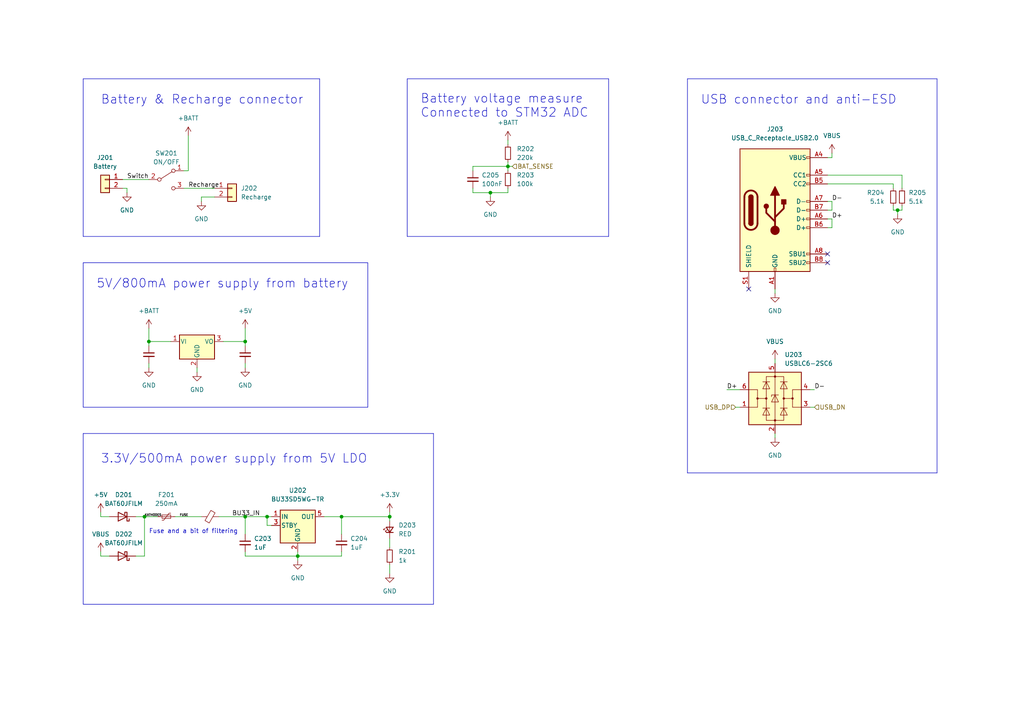
<source format=kicad_sch>
(kicad_sch (version 20230121) (generator eeschema)
  (paper "A4")
  (lib_symbols
    (symbol "Connector:USB_C_Receptacle_USB2.0" (pin_names (offset 1.016))
      (property "Reference" "J" (at -10.16 19.05 0))
      (property "Value" "USB_C_Receptacle_USB2.0" (at 19.05 19.05 0))
      (symbol "USB_C_Receptacle_USB2.0_0_0"
        (rectangle (start -0.254 -17.78) (end 0.254 -16.764))
        (rectangle (start 10.16 -14.986) (end 9.144 -15.494))
        (rectangle (start 10.16 -12.446) (end 9.144 -12.954))
        (rectangle (start 10.16 -4.826) (end 9.144 -5.334))
        (rectangle (start 10.16 -2.286) (end 9.144 -2.794))
        (rectangle (start 10.16 0.254) (end 9.144 -0.254))
        (rectangle (start 10.16 2.794) (end 9.144 2.286))
        (rectangle (start 10.16 7.874) (end 9.144 7.366))
        (rectangle (start 10.16 10.414) (end 9.144 9.906))
        (rectangle (start 10.16 15.494) (end 9.144 14.986))
      )
      (symbol "USB_C_Receptacle_USB2.0_0_1"
        (rectangle (start -10.16 17.78) (end 10.16 -17.78) (stroke (width 0.254)) (fill (type background)))
        (arc (start -8.89 -3.81) (mid -6.985 -5.7067) (end -5.08 -3.81) (stroke (width 0.508)))
        (arc (start -7.62 -3.81) (mid -6.985 -4.4423) (end -6.35 -3.81) (stroke (width 0.254)))
        (arc (start -7.62 -3.81) (mid -6.985 -4.4423) (end -6.35 -3.81) (stroke (width 0.254)) (fill (type outline)))
        (rectangle (start -7.62 -3.81) (end -6.35 3.81) (stroke (width 0.254)) (fill (type outline)))
        (arc (start -6.35 3.81) (mid -6.985 4.4423) (end -7.62 3.81) (stroke (width 0.254)))
        (arc (start -6.35 3.81) (mid -6.985 4.4423) (end -7.62 3.81) (stroke (width 0.254)) (fill (type outline)))
        (arc (start -5.08 3.81) (mid -6.985 5.7067) (end -8.89 3.81) (stroke (width 0.508)))
        (circle (center -2.54 1.143) (radius 0.635) (stroke (width 0.254)) (fill (type outline)))
        (circle (center 0 -5.842) (radius 1.27) (fill (type outline)))
        (polyline (pts (xy -8.89 -3.81) (xy -8.89 3.81)) (stroke (width 0.508)))
        (polyline (pts (xy -5.08 3.81) (xy -5.08 -3.81)) (stroke (width 0.508)))
        (polyline (pts (xy 0 -5.842) (xy 0 4.318)) (stroke (width 0.508)))
        (polyline (pts (xy 0 -3.302) (xy -2.54 -0.762) (xy -2.54 0.508)) (stroke (width 0.508)))
        (polyline (pts (xy 0 -2.032) (xy 2.54 0.508) (xy 2.54 1.778)) (stroke (width 0.508)))
        (polyline (pts (xy -1.27 4.318) (xy 0 6.858) (xy 1.27 4.318) (xy -1.27 4.318)) (stroke (width 0.254)) (fill (type outline)))
        (rectangle (start 1.905 1.778) (end 3.175 3.048) (stroke (width 0.254)) (fill (type outline)))
      )
      (symbol "USB_C_Receptacle_USB2.0_1_1"
        (pin passive line (at 0 -22.86 90) (length 5.08) (name "GND") (number "A1"))
        (pin passive line (at 0 -22.86 90) (length 5.08) hide (name "GND") (number "A12"))
        (pin passive line (at 15.24 15.24 180) (length 5.08) (name "VBUS") (number "A4"))
        (pin bidirectional line (at 15.24 10.16 180) (length 5.08) (name "CC1") (number "A5"))
        (pin bidirectional line (at 15.24 -2.54 180) (length 5.08) (name "D+") (number "A6"))
        (pin bidirectional line (at 15.24 2.54 180) (length 5.08) (name "D-") (number "A7"))
        (pin bidirectional line (at 15.24 -12.7 180) (length 5.08) (name "SBU1") (number "A8"))
        (pin passive line (at 15.24 15.24 180) (length 5.08) hide (name "VBUS") (number "A9"))
        (pin passive line (at 0 -22.86 90) (length 5.08) hide (name "GND") (number "B1"))
        (pin passive line (at 0 -22.86 90) (length 5.08) hide (name "GND") (number "B12"))
        (pin passive line (at 15.24 15.24 180) (length 5.08) hide (name "VBUS") (number "B4"))
        (pin bidirectional line (at 15.24 7.62 180) (length 5.08) (name "CC2") (number "B5"))
        (pin bidirectional line (at 15.24 -5.08 180) (length 5.08) (name "D+") (number "B6"))
        (pin bidirectional line (at 15.24 0 180) (length 5.08) (name "D-") (number "B7"))
        (pin bidirectional line (at 15.24 -15.24 180) (length 5.08) (name "SBU2") (number "B8"))
        (pin passive line (at 15.24 15.24 180) (length 5.08) hide (name "VBUS") (number "B9"))
        (pin passive line (at -7.62 -22.86 90) (length 5.08) (name "SHIELD") (number "S1"))
      )
    )
    (symbol "Connector_Generic:Conn_01x02" (pin_names (offset 1.016) hide)
      (property "Reference" "J" (at 0 2.54 0))
      (property "Value" "Conn_01x02" (at 0 -5.08 0))
      (symbol "Conn_01x02_1_1"
        (rectangle (start -1.27 -2.413) (end 0 -2.667) (stroke (width 0.1524)))
        (rectangle (start -1.27 0.127) (end 0 -0.127) (stroke (width 0.1524)))
        (rectangle (start -1.27 1.27) (end 1.27 -3.81) (stroke (width 0.254)) (fill (type background)))
        (pin passive line (at -5.08 0 0) (length 3.81) (name "Pin_1") (number "1"))
        (pin passive line (at -5.08 -2.54 0) (length 3.81) (name "Pin_2") (number "2"))
      )
    )
    (symbol "Device:C_Small" (pin_numbers hide) (pin_names (offset 0.254) hide)
      (property "Reference" "C" (at 0.254 1.778 0))
      (property "Value" "C_Small" (at 0.254 -2.032 0))
      (symbol "C_Small_0_1"
        (polyline (pts (xy -1.524 -0.508) (xy 1.524 -0.508)) (stroke (width 0.3302)))
        (polyline (pts (xy -1.524 0.508) (xy 1.524 0.508)) (stroke (width 0.3048)))
      )
      (symbol "C_Small_1_1"
        (pin passive line (at 0 2.54 270) (length 2.032) (name "~") (number "1"))
        (pin passive line (at 0 -2.54 90) (length 2.032) (name "~") (number "2"))
      )
    )
    (symbol "Device:FerriteBead_Small" (pin_numbers hide) (pin_names (offset 0))
      (property "Reference" "FB" (at 1.905 1.27 0))
      (property "Value" "FerriteBead_Small" (at 1.905 -1.27 0))
      (symbol "FerriteBead_Small_0_1"
        (polyline (pts (xy 0 -1.27) (xy 0 -0.7874)))
        (polyline (pts (xy 0 0.889) (xy 0 1.2954)))
        (polyline (pts (xy -1.8288 0.2794) (xy -1.1176 1.4986) (xy 1.8288 -0.2032) (xy 1.1176 -1.4224) (xy -1.8288 0.2794)))
      )
      (symbol "FerriteBead_Small_1_1"
        (pin passive line (at 0 2.54 270) (length 1.27) (name "~") (number "1"))
        (pin passive line (at 0 -2.54 90) (length 1.27) (name "~") (number "2"))
      )
    )
    (symbol "Device:LED_Small" (pin_numbers hide) (pin_names (offset 0.254) hide)
      (property "Reference" "D" (at -1.27 3.175 0))
      (property "Value" "LED_Small" (at -4.445 -2.54 0))
      (symbol "LED_Small_0_1"
        (polyline (pts (xy -0.762 -1.016) (xy -0.762 1.016)) (stroke (width 0.254)))
        (polyline (pts (xy 1.016 0) (xy -0.762 0)))
        (polyline (pts (xy 0.762 -1.016) (xy -0.762 0) (xy 0.762 1.016) (xy 0.762 -1.016)) (stroke (width 0.254)))
        (polyline (pts (xy 0 0.762) (xy -0.508 1.27) (xy -0.254 1.27) (xy -0.508 1.27) (xy -0.508 1.016)))
        (polyline (pts (xy 0.508 1.27) (xy 0 1.778) (xy 0.254 1.778) (xy 0 1.778) (xy 0 1.524)))
      )
      (symbol "LED_Small_1_1"
        (pin passive line (at -2.54 0 0) (length 1.778) (name "K") (number "1"))
        (pin passive line (at 2.54 0 180) (length 1.778) (name "A") (number "2"))
      )
    )
    (symbol "Device:Polyfuse_Small" (pin_numbers hide) (pin_names (offset 0))
      (property "Reference" "F" (at -1.905 0 90))
      (property "Value" "Polyfuse_Small" (at 1.905 0 90))
      (symbol "Polyfuse_Small_0_1"
        (rectangle (start -0.508 1.27) (end 0.508 -1.27))
        (polyline (pts (xy 0 2.54) (xy 0 -2.54)))
        (polyline (pts (xy -1.016 1.27) (xy -1.016 0.762) (xy 1.016 -0.762) (xy 1.016 -1.27)))
      )
      (symbol "Polyfuse_Small_1_1"
        (pin passive line (at 0 2.54 270) (length 0.635) (name "~") (number "1"))
        (pin passive line (at 0 -2.54 90) (length 0.635) (name "~") (number "2"))
      )
    )
    (symbol "Device:R_Small" (pin_numbers hide) (pin_names (offset 0.254) hide)
      (property "Reference" "R" (at 0.762 0.508 0))
      (property "Value" "R_Small" (at 0.762 -1.016 0))
      (symbol "R_Small_0_1"
        (rectangle (start -0.762 1.778) (end 0.762 -1.778) (stroke (width 0.2032)))
      )
      (symbol "R_Small_1_1"
        (pin passive line (at 0 2.54 270) (length 0.762) (name "~") (number "1"))
        (pin passive line (at 0 -2.54 90) (length 0.762) (name "~") (number "2"))
      )
    )
    (symbol "Diode:BAT60A" (pin_numbers hide) (pin_names (offset 1.016) hide)
      (property "Reference" "D" (at 0 2.54 0))
      (property "Value" "BAT60A" (at 0 -2.54 0))
      (symbol "BAT60A_0_1"
        (polyline (pts (xy 1.27 0) (xy -1.27 0)))
        (polyline (pts (xy 1.27 1.27) (xy 1.27 -1.27) (xy -1.27 0) (xy 1.27 1.27)) (stroke (width 0.254)))
        (polyline (pts (xy -1.905 0.635) (xy -1.905 1.27) (xy -1.27 1.27) (xy -1.27 -1.27) (xy -0.635 -1.27) (xy -0.635 -0.635)) (stroke (width 0.254)))
      )
      (symbol "BAT60A_1_1"
        (pin passive line (at -3.81 0 0) (length 2.54) (name "K") (number "1"))
        (pin passive line (at 3.81 0 180) (length 2.54) (name "A") (number "2"))
      )
    )
    (symbol "Power_Protection:USBLC6-2SC6" (pin_names hide)
      (property "Reference" "U" (at 2.54 8.89 0))
      (property "Value" "USBLC6-2SC6" (at 2.54 -8.89 0))
      (symbol "USBLC6-2SC6_0_1"
        (rectangle (start -7.62 -7.62) (end 7.62 7.62) (stroke (width 0.254)) (fill (type background)))
        (circle (center -5.08 0) (radius 0.254) (fill (type outline)))
        (circle (center -2.54 0) (radius 0.254) (fill (type outline)))
        (rectangle (start -2.54 6.35) (end 2.54 -6.35))
        (circle (center 0 -6.35) (radius 0.254) (fill (type outline)))
        (polyline (pts (xy -5.08 -2.54) (xy -7.62 -2.54)))
        (polyline (pts (xy -5.08 0) (xy -5.08 -2.54)))
        (polyline (pts (xy -5.08 2.54) (xy -7.62 2.54)))
        (polyline (pts (xy -1.524 -2.794) (xy -3.556 -2.794)))
        (polyline (pts (xy -1.524 4.826) (xy -3.556 4.826)))
        (polyline (pts (xy 0 -7.62) (xy 0 -6.35)))
        (polyline (pts (xy 0 -6.35) (xy 0 1.27)))
        (polyline (pts (xy 0 1.27) (xy 0 6.35)))
        (polyline (pts (xy 0 6.35) (xy 0 7.62)))
        (polyline (pts (xy 1.524 -2.794) (xy 3.556 -2.794)))
        (polyline (pts (xy 1.524 4.826) (xy 3.556 4.826)))
        (polyline (pts (xy 5.08 -2.54) (xy 7.62 -2.54)))
        (polyline (pts (xy 5.08 0) (xy 5.08 -2.54)))
        (polyline (pts (xy 5.08 2.54) (xy 7.62 2.54)))
        (polyline (pts (xy -2.54 0) (xy -5.08 0) (xy -5.08 2.54)))
        (polyline (pts (xy 2.54 0) (xy 5.08 0) (xy 5.08 2.54)))
        (polyline (pts (xy -3.556 -4.826) (xy -1.524 -4.826) (xy -2.54 -2.794) (xy -3.556 -4.826)))
        (polyline (pts (xy -3.556 2.794) (xy -1.524 2.794) (xy -2.54 4.826) (xy -3.556 2.794)))
        (polyline (pts (xy -1.016 -1.016) (xy 1.016 -1.016) (xy 0 1.016) (xy -1.016 -1.016)))
        (polyline (pts (xy 1.016 1.016) (xy 0.762 1.016) (xy -1.016 1.016) (xy -1.016 0.508)))
        (polyline (pts (xy 3.556 -4.826) (xy 1.524 -4.826) (xy 2.54 -2.794) (xy 3.556 -4.826)))
        (polyline (pts (xy 3.556 2.794) (xy 1.524 2.794) (xy 2.54 4.826) (xy 3.556 2.794)))
        (circle (center 0 6.35) (radius 0.254) (fill (type outline)))
        (circle (center 2.54 0) (radius 0.254) (fill (type outline)))
        (circle (center 5.08 0) (radius 0.254) (fill (type outline)))
      )
      (symbol "USBLC6-2SC6_1_1"
        (pin passive line (at -10.16 -2.54 0) (length 2.54) (name "I/O1") (number "1"))
        (pin passive line (at 0 -10.16 90) (length 2.54) (name "GND") (number "2"))
        (pin passive line (at 10.16 -2.54 180) (length 2.54) (name "I/O2") (number "3"))
        (pin passive line (at 10.16 2.54 180) (length 2.54) (name "I/O2") (number "4"))
        (pin passive line (at 0 10.16 270) (length 2.54) (name "VBUS") (number "5"))
        (pin passive line (at -10.16 2.54 0) (length 2.54) (name "I/O1") (number "6"))
      )
    )
    (symbol "Regulator_Linear:LT1129-3.3_SOT223" (pin_names (offset 0.254))
      (property "Reference" "U" (at -3.81 3.175 0))
      (property "Value" "LT1129-3.3_SOT223" (at 0 3.175 0))
      (symbol "LT1129-3.3_SOT223_0_1"
        (rectangle (start -5.08 -5.08) (end 5.08 1.905) (stroke (width 0.254)) (fill (type background)))
      )
      (symbol "LT1129-3.3_SOT223_1_1"
        (pin power_in line (at -7.62 0 0) (length 2.54) (name "VI") (number "1"))
        (pin power_in line (at 0 -7.62 90) (length 2.54) (name "GND") (number "2"))
        (pin power_out line (at 7.62 0 180) (length 2.54) (name "VO") (number "3"))
      )
    )
    (symbol "Switch:SW_SPDT" (pin_names (offset 0) hide)
      (property "Reference" "SW" (at 0 4.318 0))
      (property "Value" "SW_SPDT" (at 0 -5.08 0))
      (symbol "SW_SPDT_0_0"
        (circle (center -2.032 0) (radius 0.508))
        (circle (center 2.032 -2.54) (radius 0.508))
      )
      (symbol "SW_SPDT_0_1"
        (polyline (pts (xy -1.524 0.254) (xy 1.651 2.286)))
        (circle (center 2.032 2.54) (radius 0.508))
      )
      (symbol "SW_SPDT_1_1"
        (pin passive line (at 5.08 2.54 180) (length 2.54) (name "A") (number "1"))
        (pin passive line (at -5.08 0 0) (length 2.54) (name "B") (number "2"))
        (pin passive line (at 5.08 -2.54 180) (length 2.54) (name "C") (number "3"))
      )
    )
    (symbol "WITNS_ROHM:BU33SD5WG-TR" (pin_names (offset 0.254))
      (property "Reference" "U?" (at 0 10.16 0))
      (property "Value" "BU33SD5WG-TR" (at 0 7.62 0))
      (symbol "BU33SD5WG-TR_0_1"
        (rectangle (start -5.08 4.445) (end 5.08 -5.08) (stroke (width 0.254)) (fill (type background)))
      )
      (symbol "BU33SD5WG-TR_1_1"
        (pin power_in line (at -7.62 2.54 0) (length 2.54) (name "IN") (number "1"))
        (pin power_in line (at 0 -7.62 90) (length 2.54) (name "GND") (number "2"))
        (pin input line (at -7.62 0 0) (length 2.54) (name "STBY") (number "3"))
        (pin no_connect line (at 5.08 0 180) (length 2.54) hide (name "NC") (number "4"))
        (pin power_out line (at 7.62 2.54 180) (length 2.54) (name "OUT") (number "5"))
      )
    )
    (symbol "power:+3.3V" (power) (pin_names (offset 0))
      (property "Value" "+3.3V" (at 0 3.556 0))
      (symbol "+3.3V_0_1"
        (polyline (pts (xy -0.762 1.27) (xy 0 2.54)))
        (polyline (pts (xy 0 0) (xy 0 2.54)))
        (polyline (pts (xy 0 2.54) (xy 0.762 1.27)))
      )
      (symbol "+3.3V_1_1"
        (pin power_in line (at 0 0 90) (length 0) hide (name "+3.3V") (number "1"))
      )
    )
    (symbol "power:+5V" (power) (pin_names (offset 0))
      (property "Value" "+5V" (at 0 3.556 0))
      (symbol "+5V_0_1"
        (polyline (pts (xy -0.762 1.27) (xy 0 2.54)))
        (polyline (pts (xy 0 0) (xy 0 2.54)))
        (polyline (pts (xy 0 2.54) (xy 0.762 1.27)))
      )
      (symbol "+5V_1_1"
        (pin power_in line (at 0 0 90) (length 0) hide (name "+5V") (number "1"))
      )
    )
    (symbol "power:+BATT" (power) (pin_names (offset 0))
      (property "Value" "+BATT" (at 0 3.556 0))
      (symbol "+BATT_0_1"
        (polyline (pts (xy -0.762 1.27) (xy 0 2.54)))
        (polyline (pts (xy 0 0) (xy 0 2.54)))
        (polyline (pts (xy 0 2.54) (xy 0.762 1.27)))
      )
      (symbol "+BATT_1_1"
        (pin power_in line (at 0 0 90) (length 0) hide (name "+BATT") (number "1"))
      )
    )
    (symbol "power:GND" (power) (pin_names (offset 0))
      (property "Value" "GND" (at 0 -3.81 0))
      (symbol "GND_0_1"
        (polyline (pts (xy 0 0) (xy 0 -1.27) (xy 1.27 -1.27) (xy 0 -2.54) (xy -1.27 -1.27) (xy 0 -1.27)))
      )
      (symbol "GND_1_1"
        (pin power_in line (at 0 0 270) (length 0) hide (name "GND") (number "1"))
      )
    )
    (symbol "power:VBUS" (power) (pin_names (offset 0))
      (property "Value" "VBUS" (at 0 3.81 0))
      (symbol "VBUS_0_1"
        (polyline (pts (xy -0.762 1.27) (xy 0 2.54)))
        (polyline (pts (xy 0 0) (xy 0 2.54)))
        (polyline (pts (xy 0 2.54) (xy 0.762 1.27)))
      )
      (symbol "VBUS_1_1"
        (pin power_in line (at 0 0 90) (length 0) hide (name "VBUS") (number "1"))
      )
    )
  )
  (junction (at 113.03 149.86))
  (junction (at 77.47 149.86))
  (junction (at 86.36 161.29))
  (junction (at 71.12 149.86))
  (junction (at 142.24 55.88))
  (junction (at 147.32 48.26))
  (junction (at 99.06 149.86))
  (junction (at 41.91 149.86))
  (junction (at 43.18 99.06))
  (junction (at 260.35 60.96))
  (junction (at 71.12 99.06))
  (no_connect (at 240.03 76.2))
  (no_connect (at 217.17 83.82))
  (no_connect (at 240.03 73.66))
  (polyline (pts (xy 106.68 76.2) (xy 106.68 118.11)))
  (wire (pts (xy 147.32 55.88) (xy 147.32 54.61)))
  (wire (pts (xy 210.82 113.03) (xy 214.63 113.03)))
  (wire (pts (xy 261.62 60.96) (xy 261.62 59.69)))
  (wire (pts (xy 71.12 105.41) (xy 71.12 106.68)))
  (wire (pts (xy 39.37 161.29) (xy 41.91 161.29)))
  (wire (pts (xy 142.24 55.88) (xy 142.24 57.15)))
  (polyline (pts (xy 92.71 22.86) (xy 92.71 68.58)))
  (wire (pts (xy 142.24 55.88) (xy 137.16 55.88)))
  (polyline (pts (xy 24.13 22.86) (xy 24.13 68.58)))
  (wire (pts (xy 113.03 156.21) (xy 113.03 158.75)))
  (wire (pts (xy 63.5 149.86) (xy 71.12 149.86)))
  (wire (pts (xy 241.3 66.04) (xy 240.03 66.04)))
  (wire (pts (xy 147.32 48.26) (xy 137.16 48.26)))
  (wire (pts (xy 137.16 55.88) (xy 137.16 54.61)))
  (wire (pts (xy 53.34 54.61) (xy 62.23 54.61)))
  (wire (pts (xy 260.35 60.96) (xy 261.62 60.96)))
  (wire (pts (xy 240.03 50.8) (xy 261.62 50.8)))
  (wire (pts (xy 86.36 160.02) (xy 86.36 161.29)))
  (polyline (pts (xy 24.13 22.86) (xy 92.71 22.86)))
  (wire (pts (xy 240.03 63.5) (xy 241.3 63.5)))
  (wire (pts (xy 43.18 95.25) (xy 43.18 99.06)))
  (wire (pts (xy 50.8 149.86) (xy 58.42 149.86)))
  (polyline (pts (xy 199.39 22.86) (xy 271.78 22.86)))
  (wire (pts (xy 259.08 59.69) (xy 259.08 60.96)))
  (wire (pts (xy 77.47 152.4) (xy 77.47 149.86)))
  (polyline (pts (xy 271.78 22.86) (xy 271.78 137.16)))
  (polyline (pts (xy 106.68 118.11) (xy 24.13 118.11)))
  (wire (pts (xy 29.21 149.86) (xy 31.75 149.86)))
  (polyline (pts (xy 24.13 125.73) (xy 24.13 175.26)))
  (wire (pts (xy 234.95 118.11) (xy 236.22 118.11)))
  (wire (pts (xy 36.83 54.61) (xy 35.56 54.61)))
  (polyline (pts (xy 24.13 76.2) (xy 24.13 118.11)))
  (wire (pts (xy 260.35 60.96) (xy 260.35 62.23)))
  (wire (pts (xy 147.32 55.88) (xy 142.24 55.88)))
  (wire (pts (xy 259.08 53.34) (xy 240.03 53.34)))
  (wire (pts (xy 259.08 54.61) (xy 259.08 53.34)))
  (wire (pts (xy 241.3 58.42) (xy 241.3 60.96)))
  (wire (pts (xy 224.79 127) (xy 224.79 125.73)))
  (wire (pts (xy 241.3 63.5) (xy 241.3 66.04)))
  (wire (pts (xy 241.3 45.72) (xy 240.03 45.72)))
  (wire (pts (xy 77.47 149.86) (xy 71.12 149.86)))
  (wire (pts (xy 99.06 149.86) (xy 99.06 154.94)))
  (wire (pts (xy 41.91 161.29) (xy 41.91 149.86)))
  (wire (pts (xy 259.08 60.96) (xy 260.35 60.96)))
  (wire (pts (xy 113.03 148.59) (xy 113.03 149.86)))
  (wire (pts (xy 241.3 44.45) (xy 241.3 45.72)))
  (wire (pts (xy 35.56 52.07) (xy 43.18 52.07)))
  (wire (pts (xy 213.36 118.11) (xy 214.63 118.11)))
  (wire (pts (xy 41.91 149.86) (xy 45.72 149.86)))
  (wire (pts (xy 36.83 55.88) (xy 36.83 54.61)))
  (wire (pts (xy 234.95 113.03) (xy 236.22 113.03)))
  (wire (pts (xy 78.74 152.4) (xy 77.47 152.4)))
  (wire (pts (xy 77.47 149.86) (xy 78.74 149.86)))
  (wire (pts (xy 29.21 160.02) (xy 29.21 161.29)))
  (wire (pts (xy 147.32 48.26) (xy 148.59 48.26)))
  (polyline (pts (xy 176.53 68.58) (xy 118.11 68.58)))
  (polyline (pts (xy 24.13 125.73) (xy 125.73 125.73)))
  (wire (pts (xy 58.42 57.15) (xy 62.23 57.15)))
  (wire (pts (xy 64.77 99.06) (xy 71.12 99.06)))
  (wire (pts (xy 71.12 99.06) (xy 71.12 95.25)))
  (wire (pts (xy 71.12 149.86) (xy 71.12 154.94)))
  (polyline (pts (xy 24.13 76.2) (xy 106.68 76.2)))
  (wire (pts (xy 93.98 149.86) (xy 99.06 149.86)))
  (wire (pts (xy 43.18 99.06) (xy 49.53 99.06)))
  (wire (pts (xy 224.79 104.14) (xy 224.79 105.41)))
  (polyline (pts (xy 199.39 22.86) (xy 199.39 137.16)))
  (polyline (pts (xy 92.71 68.58) (xy 24.13 68.58)))
  (wire (pts (xy 43.18 99.06) (xy 43.18 100.33)))
  (wire (pts (xy 224.79 85.09) (xy 224.79 83.82)))
  (polyline (pts (xy 125.73 125.73) (xy 125.73 175.26)))
  (wire (pts (xy 147.32 48.26) (xy 147.32 49.53)))
  (polyline (pts (xy 176.53 22.86) (xy 176.53 68.58)))
  (wire (pts (xy 147.32 46.99) (xy 147.32 48.26)))
  (polyline (pts (xy 118.11 22.86) (xy 176.53 22.86)))
  (wire (pts (xy 58.42 58.42) (xy 58.42 57.15)))
  (wire (pts (xy 113.03 149.86) (xy 113.03 151.13)))
  (wire (pts (xy 137.16 48.26) (xy 137.16 49.53)))
  (wire (pts (xy 86.36 161.29) (xy 71.12 161.29)))
  (wire (pts (xy 99.06 161.29) (xy 99.06 160.02)))
  (wire (pts (xy 57.15 106.68) (xy 57.15 107.95)))
  (wire (pts (xy 39.37 149.86) (xy 41.91 149.86)))
  (wire (pts (xy 71.12 161.29) (xy 71.12 160.02)))
  (wire (pts (xy 29.21 161.29) (xy 31.75 161.29)))
  (wire (pts (xy 71.12 99.06) (xy 71.12 100.33)))
  (polyline (pts (xy 125.73 175.26) (xy 24.13 175.26)))
  (wire (pts (xy 86.36 161.29) (xy 99.06 161.29)))
  (polyline (pts (xy 271.78 137.16) (xy 199.39 137.16)))
  (wire (pts (xy 113.03 163.83) (xy 113.03 166.37)))
  (wire (pts (xy 240.03 58.42) (xy 241.3 58.42)))
  (wire (pts (xy 86.36 161.29) (xy 86.36 162.56)))
  (wire (pts (xy 261.62 50.8) (xy 261.62 54.61)))
  (wire (pts (xy 54.61 49.53) (xy 53.34 49.53)))
  (polyline (pts (xy 118.11 22.86) (xy 118.11 68.58)))
  (wire (pts (xy 241.3 60.96) (xy 240.03 60.96)))
  (wire (pts (xy 43.18 105.41) (xy 43.18 106.68)))
  (wire (pts (xy 29.21 148.59) (xy 29.21 149.86)))
  (wire (pts (xy 99.06 149.86) (xy 113.03 149.86)))
  (wire (pts (xy 147.32 40.64) (xy 147.32 41.91)))
  (wire (pts (xy 54.61 39.37) (xy 54.61 49.53)))
  (text "Fuse and a bit of filtering\n" (at 43.18 154.94 0) (effects (font (size 1.27 1.27)) (justify left bottom)))
  (text "3.3V/500mA power supply from 5V LDO" (at 29.21 134.62 0) (effects (font (size 2.54 2.54)) (justify left bottom)))
  (text "Battery & Recharge connector" (at 29.21 30.48 0) (effects (font (size 2.54 2.54)) (justify left bottom)))
  (text "5V/800mA power supply from battery" (at 27.94 83.82 0) (effects (font (size 2.54 2.54)) (justify left bottom)))
  (text "Battery voltage measure\nConnected to STM32 ADC" (at 121.92 34.29 0) (effects (font (size 2.54 2.54)) (justify left bottom)))
  (text "USB connector and anti-ESD" (at 203.2 30.48 0) (effects (font (size 2.54 2.54)) (justify left bottom)))
  (label "D+" (at 210.82 113.03 0))
  (label "D-" (at 236.22 113.03 0))
  (label "KATHODES" (at 41.91 149.86 0) (effects (font (size 0.63 0.63))))
  (label "Switch" (at 36.83 52.07 0))
  (label "D+" (at 241.3 63.5 0))
  (label "D-" (at 241.3 58.42 0))
  (label "BU33_IN" (at 67.31 149.86 0))
  (label "FUSE" (at 52.07 149.86 0) (effects (font (size 0.63 0.63))))
  (label "Recharge" (at 54.61 54.61 0))
  (hierarchical_label "USB_DN" (shape input) (at 236.22 118.11 0))
  (hierarchical_label "BAT_SENSE" (shape input) (at 148.59 48.26 0))
  (hierarchical_label "USB_DP" (shape input) (at 213.36 118.11 180))
  (symbol (lib_id "Device:C_Small") (at 43.18 102.87 0) (unit 1)
    (property "Reference" "C201" (at 45.72 101.6062 0) (effects (justify left)))
    (property "Value" "10uF" (at 45.72 104.1462 0) (effects (justify left)))
    (property "Footprint" "Capacitor_SMD:C_0603_1608Metric" (effects hide))
    (property "Farnell" "2113070" (effects hide))
    (property "Footprint" "Capacitor_SMD:C_0603_1608Metric_Pad1.08x0.95mm_HandSolder" (effects hide))
    (property "Reference" "C6" (effects hide))
    (property "Value" "10uF" (effects hide))
    (instances (project "gc_STM32G491CET6" (path "" (reference "C201") (unit 1))))
  )
  (symbol (lib_id "Device:C_Small") (at 99.06 157.48 0) (unit 1)
    (property "Reference" "C204" (at 101.6 156.2162 0) (effects (justify left)))
    (property "Value" "1uF" (at 101.6 158.7562 0) (effects (justify left)))
    (property "Footprint" "Capacitor_SMD:C_0603_1608Metric" (effects hide))
  )
  (symbol (lib_id "Device:R_Small") (at 259.08 57.15 0) (mirror x) (unit 1)
    (property "Reference" "R204" (at 256.54 55.8799 0) (effects (justify right)))
    (property "Value" "5.1k" (at 256.54 58.4199 0) (effects (justify right)))
    (property "Footprint" "Resistor_SMD:R_0603_1608Metric" (effects hide))
  )
  (symbol (lib_id "power:GND") (at 71.12 106.68 0) (unit 1)
    (property "Reference" "#PWR0210" (effects hide))
    (property "Value" "GND" (at 71.12 111.76 0))
  )
  (symbol (lib_id "Switch:SW_SPDT") (at 48.26 52.07 0) (unit 1)
    (property "Reference" "SW201" (at 48.26 44.45 0))
    (property "Value" "ON/OFF" (at 48.26 46.99 0))
    (property "Footprint" "WITNS:RS_Switch_448-0747" (effects hide))
  )
  (symbol (lib_id "power:GND") (at 43.18 106.68 0) (unit 1)
    (property "Reference" "#PWR0205" (effects hide))
    (property "Value" "GND" (at 43.18 111.76 0))
  )
  (symbol (lib_id "power:GND") (at 113.03 166.37 0) (unit 1)
    (property "Reference" "#PWR0213" (effects hide))
    (property "Value" "GND" (at 113.03 171.45 0))
  )
  (symbol (lib_id "power:+BATT") (at 43.18 95.25 0) (unit 1)
    (property "Reference" "#PWR0204" (effects hide))
    (property "Value" "+BATT" (at 43.18 90.17 0))
  )
  (symbol (lib_id "Device:Polyfuse_Small") (at 48.26 149.86 90) (unit 1)
    (property "Reference" "F201" (at 48.26 143.51 90))
    (property "Value" "250mA" (at 48.26 146.05 90))
    (property "Footprint" "Fuse:Fuse_1206_3216Metric_Pad1.42x1.75mm_HandSolder" (effects hide))
    (property "Farnell" "2834880" (effects hide))
  )
  (symbol (lib_id "power:GND") (at 142.24 57.15 0) (unit 1)
    (property "Reference" "#PWR0214" (effects hide))
    (property "Value" "GND" (at 142.24 62.23 0))
  )
  (symbol (lib_id "WITNS_ROHM:BU33SD5WG-TR") (at 86.36 152.4 0) (unit 1)
    (property "Reference" "U202" (at 86.36 142.24 0))
    (property "Value" "BU33SD5WG-TR" (at 86.36 144.78 0))
    (property "Footprint" "Package_TO_SOT_SMD:SOT-23-5" (effects hide))
    (property "Datasheet" "https://fscdn.rohm.com/en/products/databook/datasheet/ic/power/linear_regulator/buxxsd5wg-e.pdf" (effects hide))
  )
  (symbol (lib_id "power:+BATT") (at 147.32 40.64 0) (unit 1)
    (property "Reference" "#PWR0215" (effects hide))
    (property "Value" "+BATT" (at 147.32 35.56 0))
  )
  (symbol (lib_id "Device:C_Small") (at 71.12 157.48 0) (unit 1)
    (property "Reference" "C203" (at 73.66 156.2162 0) (effects (justify left)))
    (property "Value" "1uF" (at 73.66 158.7562 0) (effects (justify left)))
    (property "Footprint" "Capacitor_SMD:C_0603_1608Metric" (effects hide))
  )
  (symbol (lib_id "power:GND") (at 36.83 55.88 0) (unit 1)
    (property "Reference" "#PWR0203" (effects hide))
    (property "Value" "GND" (at 36.83 60.96 0))
  )
  (symbol (lib_id "power:GND") (at 86.36 162.56 0) (unit 1)
    (property "Reference" "#PWR0211" (effects hide))
    (property "Value" "GND" (at 86.36 167.64 0))
  )
  (symbol (lib_id "power:GND") (at 57.15 107.95 0) (unit 1)
    (property "Reference" "#PWR0207" (effects hide))
    (property "Value" "GND" (at 57.15 113.03 0))
  )
  (symbol (lib_id "Device:R_Small") (at 147.32 44.45 0) (unit 1)
    (property "Reference" "R202" (at 149.86 43.1799 0) (effects (justify left)))
    (property "Value" "220k" (at 149.86 45.7199 0) (effects (justify left)))
    (property "Footprint" "Resistor_SMD:R_0603_1608Metric" (effects hide))
  )
  (symbol (lib_id "power:+5V") (at 29.21 148.59 0) (unit 1)
    (property "Reference" "#PWR0201" (effects hide))
    (property "Value" "+5V" (at 29.21 143.51 0))
  )
  (symbol (lib_id "Connector_Generic:Conn_01x02") (at 30.48 52.07 0) (mirror y) (unit 1)
    (property "Reference" "J201" (at 30.48 45.72 0))
    (property "Value" "Battery" (at 30.48 48.26 0))
    (property "Footprint" "Connector_JST:JST_XH_B2B-XH-A_1x02_P2.50mm_Vertical" (effects hide))
  )
  (symbol (lib_id "Device:C_Small") (at 71.12 102.87 0) (unit 1)
    (property "Reference" "C202" (at 73.66 101.6062 0) (effects (justify left)))
    (property "Value" "22uF" (at 73.66 104.1462 0) (effects (justify left)))
    (property "Footprint" "Capacitor_SMD:C_0603_1608Metric" (effects hide))
    (property "Farnell" "2426957" (effects hide))
    (property "Footprint" "Capacitor_SMD:C_0603_1608Metric_Pad1.08x0.95mm_HandSolder" (effects hide))
    (property "Reference" "C7" (effects hide))
    (property "Value" "22uF" (effects hide))
    (instances (project "gc_STM32G491CET6" (path "" (reference "C202") (unit 1))))
  )
  (symbol (lib_id "Diode:BAT60A") (at 35.56 149.86 180) (unit 1)
    (property "Reference" "D201" (at 35.8775 143.51 0))
    (property "Value" "BAT60JFILM" (at 35.8775 146.05 0))
    (property "Footprint" "Diode_SMD:D_SOD-323" (effects hide))
    (property "Datasheet" "https://www.infineon.com/dgdl/Infineon-BAT60ASERIES-DS-v01_01-en.pdf?fileId=db3a304313d846880113def70c9304a9" (effects hide))
  )
  (symbol (lib_id "power:+3.3V") (at 113.03 148.59 0) (unit 1)
    (property "Reference" "#PWR0212" (effects hide))
    (property "Value" "+3.3V" (at 113.03 143.51 0))
  )
  (symbol (lib_id "Connector:USB_C_Receptacle_USB2.0") (at 224.79 60.96 0) (unit 1)
    (property "Reference" "J203" (at 224.79 37.465 0))
    (property "Value" "USB_C_Receptacle_USB2.0" (at 224.79 40.005 0))
    (property "Footprint" "Connector_USB:USB_C_Receptacle_HRO_TYPE-C-31-M-12" (effects hide))
    (property "Datasheet" "https://www.usb.org/sites/default/files/documents/usb_type-c.zip" (effects hide))
  )
  (symbol (lib_id "Device:R_Small") (at 147.32 52.07 0) (unit 1)
    (property "Reference" "R203" (at 149.86 50.7999 0) (effects (justify left)))
    (property "Value" "100k" (at 149.86 53.3399 0) (effects (justify left)))
    (property "Footprint" "Resistor_SMD:R_0603_1608Metric" (effects hide))
  )
  (symbol (lib_id "power:VBUS") (at 29.21 160.02 0) (unit 1)
    (property "Reference" "#PWR0202" (effects hide))
    (property "Value" "VBUS" (at 29.21 154.94 0))
  )
  (symbol (lib_id "Diode:BAT60A") (at 35.56 161.29 180) (unit 1)
    (property "Reference" "D202" (at 35.8775 154.94 0))
    (property "Value" "BAT60JFILM" (at 35.8775 157.48 0))
    (property "Footprint" "Diode_SMD:D_SOD-323" (effects hide))
    (property "Datasheet" "https://www.infineon.com/dgdl/Infineon-BAT60ASERIES-DS-v01_01-en.pdf?fileId=db3a304313d846880113def70c9304a9" (effects hide))
  )
  (symbol (lib_id "Device:LED_Small") (at 113.03 153.67 90) (unit 1)
    (property "Reference" "D203" (at 115.57 152.3364 90) (effects (justify right)))
    (property "Value" "RED" (at 115.57 154.8764 90) (effects (justify right)))
    (property "Footprint" "LED_SMD:LED_0603_1608Metric" (effects hide))
  )
  (symbol (lib_id "Power_Protection:USBLC6-2SC6") (at 224.79 115.57 0) (unit 1)
    (property "Reference" "U203" (at 227.5587 102.87 0) (effects (justify left)))
    (property "Value" "USBLC6-2SC6" (at 227.5587 105.41 0) (effects (justify left)))
    (property "Footprint" "Package_TO_SOT_SMD:SOT-23-6" (effects hide))
    (property "Datasheet" "https://www.st.com/resource/en/datasheet/usblc6-2.pdf" (effects hide))
  )
  (symbol (lib_id "Device:R_Small") (at 261.62 57.15 0) (unit 1)
    (property "Reference" "R205" (at 263.525 55.8799 0) (effects (justify left)))
    (property "Value" "5.1k" (at 263.525 58.4199 0) (effects (justify left)))
    (property "Footprint" "Resistor_SMD:R_0603_1608Metric" (effects hide))
  )
  (symbol (lib_id "Device:FerriteBead_Small") (at 60.96 149.86 90) (unit 1)
    (property "Reference" "FB201" (at 60.9219 143.51 90))
    (property "Value" "600 @ 100MHz" (at 60.9219 146.05 90))
    (property "Footprint" "Inductor_SMD:L_0805_2012Metric" (effects hide))
    (property "Farnell" "2292460" (effects hide))
    (property "Footprint" "Inductor_SMD:L_0805_2012Metric_Pad1.15x1.40mm_HandSolder" (effects hide))
    (property "Reference" "FB1" (effects hide))
    (property "Value" "600 @ 100MHz" (effects hide))
    (instances (project "gc_STM32G491CET6" (path "" (reference "FB201") (unit 1))))
  )
  (symbol (lib_id "power:VBUS") (at 241.3 44.45 0) (unit 1)
    (property "Reference" "#PWR0219" (effects hide))
    (property "Value" "VBUS" (at 241.3 39.37 0))
  )
  (symbol (lib_id "power:GND") (at 58.42 58.42 0) (unit 1)
    (property "Reference" "#PWR0208" (effects hide))
    (property "Value" "GND" (at 58.42 63.5 0))
  )
  (symbol (lib_id "power:+BATT") (at 54.61 39.37 0) (unit 1)
    (property "Reference" "#PWR0206" (effects hide))
    (property "Value" "+BATT" (at 54.61 34.29 0))
  )
  (symbol (lib_id "power:GND") (at 224.79 85.09 0) (unit 1)
    (property "Reference" "#PWR0216" (effects hide))
    (property "Value" "GND" (at 224.79 90.17 0))
  )
  (symbol (lib_id "power:GND") (at 224.79 127 0) (unit 1)
    (property "Reference" "#PWR0218" (effects hide))
    (property "Value" "GND" (at 224.79 132.08 0))
  )
  (symbol (lib_id "Device:C_Small") (at 137.16 52.07 0) (unit 1)
    (property "Reference" "C205" (at 139.7 50.8062 0) (effects (justify left)))
    (property "Value" "100nF" (at 139.7 53.3462 0) (effects (justify left)))
    (property "Footprint" "Capacitor_SMD:C_0603_1608Metric" (effects hide))
  )
  (symbol (lib_id "Device:R_Small") (at 113.03 161.29 0) (unit 1)
    (property "Reference" "R201" (at 115.57 160.0199 0) (effects (justify left)))
    (property "Value" "1k" (at 115.57 162.5599 0) (effects (justify left)))
    (property "Footprint" "Resistor_SMD:R_0603_1608Metric" (effects hide))
  )
  (symbol (lib_id "power:+5V") (at 71.12 95.25 0) (unit 1)
    (property "Reference" "#PWR0209" (effects hide))
    (property "Value" "+5V" (at 71.12 90.17 0))
  )
  (symbol (lib_id "Connector_Generic:Conn_01x02") (at 67.31 54.61 0) (unit 1)
    (property "Reference" "J202" (at 69.85 54.6099 0) (effects (justify left)))
    (property "Value" "Recharge" (at 69.85 57.1499 0) (effects (justify left)))
    (property "Footprint" "Connector_JST:JST_XH_B2B-XH-A_1x02_P2.50mm_Vertical" (effects hide))
  )
  (symbol (lib_id "Regulator_Linear:LT1129-3.3_SOT223") (at 57.15 99.06 0) (unit 1)
    (property "Reference" "U201" (at 57.15 91.44 0))
    (property "Value" "AZ1117CH2-5.0TRG1" (at 57.15 93.98 0))
    (property "Footprint" "Package_TO_SOT_SMD:SOT-223-3_TabPin2" (effects hide))
    (property "Datasheet" "https://www.analog.com/media/en/technical-documentation/data-sheets/112935ff.pdf" (effects hide))
    (property "Farnell" "3942512" (effects hide))
    (property "Footprint" "Package_TO_SOT_SMD:SOT-223-3_TabPin2" (effects hide))
    (property "Reference" "U6" (effects hide))
    (property "Value" "AZ1117CH2-5.0TRG1" (effects hide))
    (instances (project "gc_STM32G491CET6" (path "" (reference "U201") (unit 1))))
  )
  (symbol (lib_id "power:VBUS") (at 224.79 104.14 0) (unit 1)
    (property "Reference" "#PWR0217" (effects hide))
    (property "Value" "VBUS" (at 224.79 99.06 0))
  )
  (symbol (lib_id "power:GND") (at 260.35 62.23 0) (unit 1)
    (property "Reference" "#PWR0220" (effects hide))
    (property "Value" "GND" (at 260.35 67.31 0))
  )
)
</source>
